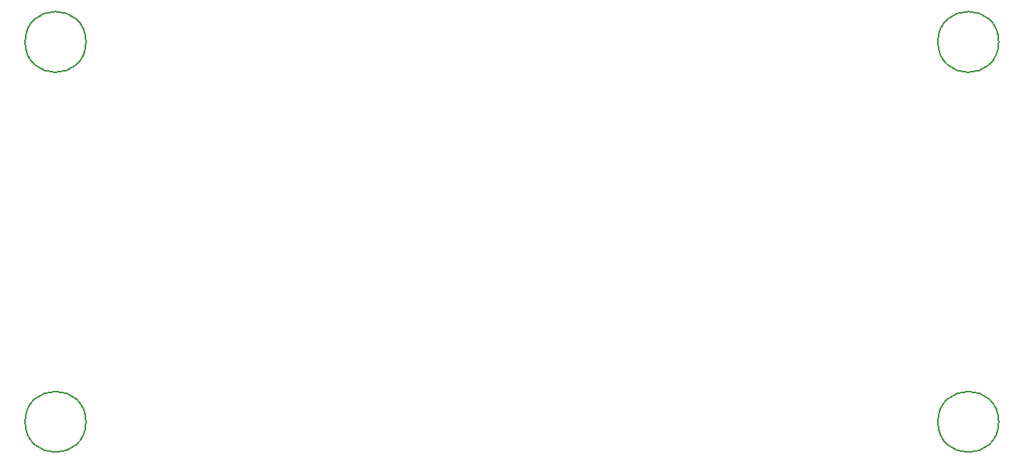
<source format=gbr>
%TF.GenerationSoftware,KiCad,Pcbnew,(7.0.0)*%
%TF.CreationDate,2023-06-01T21:15:46+02:00*%
%TF.ProjectId,temperature-logger,74656d70-6572-4617-9475-72652d6c6f67,rev?*%
%TF.SameCoordinates,Original*%
%TF.FileFunction,Other,Comment*%
%FSLAX46Y46*%
G04 Gerber Fmt 4.6, Leading zero omitted, Abs format (unit mm)*
G04 Created by KiCad (PCBNEW (7.0.0)) date 2023-06-01 21:15:46*
%MOMM*%
%LPD*%
G01*
G04 APERTURE LIST*
%ADD10C,0.150000*%
G04 APERTURE END LIST*
D10*
%TO.C,H1*%
X58200000Y-55000000D02*
G75*
G03*
X58200000Y-55000000I-3200000J0D01*
G01*
%TO.C,H2*%
X154200000Y-55000000D02*
G75*
G03*
X154200000Y-55000000I-3200000J0D01*
G01*
%TO.C,H3*%
X58200000Y-95000000D02*
G75*
G03*
X58200000Y-95000000I-3200000J0D01*
G01*
%TO.C,H4*%
X154200000Y-95000000D02*
G75*
G03*
X154200000Y-95000000I-3200000J0D01*
G01*
%TD*%
M02*

</source>
